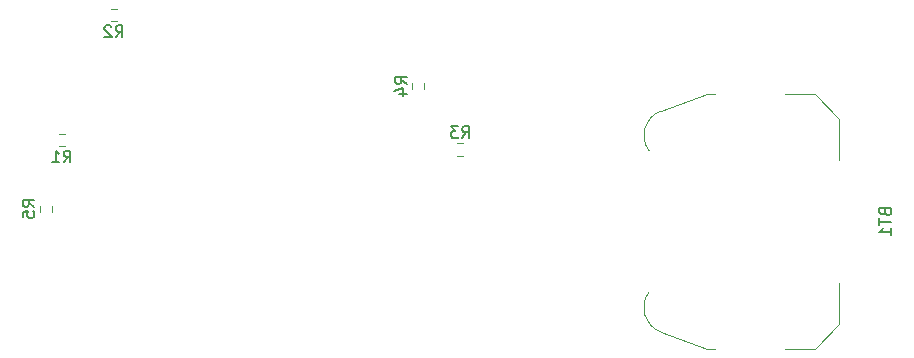
<source format=gbr>
%TF.GenerationSoftware,KiCad,Pcbnew,9.0.2*%
%TF.CreationDate,2025-08-08T14:56:36-04:00*%
%TF.ProjectId,Massachusetts,4d617373-6163-4687-9573-657474732e6b,0*%
%TF.SameCoordinates,Original*%
%TF.FileFunction,Legend,Bot*%
%TF.FilePolarity,Positive*%
%FSLAX46Y46*%
G04 Gerber Fmt 4.6, Leading zero omitted, Abs format (unit mm)*
G04 Created by KiCad (PCBNEW 9.0.2) date 2025-08-08 14:56:36*
%MOMM*%
%LPD*%
G01*
G04 APERTURE LIST*
%ADD10C,0.150000*%
%ADD11C,0.120000*%
G04 APERTURE END LIST*
D10*
X129612319Y-115333333D02*
X129136128Y-115000000D01*
X129612319Y-114761905D02*
X128612319Y-114761905D01*
X128612319Y-114761905D02*
X128612319Y-115142857D01*
X128612319Y-115142857D02*
X128659938Y-115238095D01*
X128659938Y-115238095D02*
X128707557Y-115285714D01*
X128707557Y-115285714D02*
X128802795Y-115333333D01*
X128802795Y-115333333D02*
X128945652Y-115333333D01*
X128945652Y-115333333D02*
X129040890Y-115285714D01*
X129040890Y-115285714D02*
X129088509Y-115238095D01*
X129088509Y-115238095D02*
X129136128Y-115142857D01*
X129136128Y-115142857D02*
X129136128Y-114761905D01*
X128612319Y-116238095D02*
X128612319Y-115761905D01*
X128612319Y-115761905D02*
X129088509Y-115714286D01*
X129088509Y-115714286D02*
X129040890Y-115761905D01*
X129040890Y-115761905D02*
X128993271Y-115857143D01*
X128993271Y-115857143D02*
X128993271Y-116095238D01*
X128993271Y-116095238D02*
X129040890Y-116190476D01*
X129040890Y-116190476D02*
X129088509Y-116238095D01*
X129088509Y-116238095D02*
X129183747Y-116285714D01*
X129183747Y-116285714D02*
X129421842Y-116285714D01*
X129421842Y-116285714D02*
X129517080Y-116238095D01*
X129517080Y-116238095D02*
X129564700Y-116190476D01*
X129564700Y-116190476D02*
X129612319Y-116095238D01*
X129612319Y-116095238D02*
X129612319Y-115857143D01*
X129612319Y-115857143D02*
X129564700Y-115761905D01*
X129564700Y-115761905D02*
X129517080Y-115714286D01*
X161137319Y-104933333D02*
X160661128Y-104600000D01*
X161137319Y-104361905D02*
X160137319Y-104361905D01*
X160137319Y-104361905D02*
X160137319Y-104742857D01*
X160137319Y-104742857D02*
X160184938Y-104838095D01*
X160184938Y-104838095D02*
X160232557Y-104885714D01*
X160232557Y-104885714D02*
X160327795Y-104933333D01*
X160327795Y-104933333D02*
X160470652Y-104933333D01*
X160470652Y-104933333D02*
X160565890Y-104885714D01*
X160565890Y-104885714D02*
X160613509Y-104838095D01*
X160613509Y-104838095D02*
X160661128Y-104742857D01*
X160661128Y-104742857D02*
X160661128Y-104361905D01*
X160470652Y-105790476D02*
X161137319Y-105790476D01*
X160089700Y-105552381D02*
X160803985Y-105314286D01*
X160803985Y-105314286D02*
X160803985Y-105933333D01*
X201631009Y-115794285D02*
X201678628Y-115937142D01*
X201678628Y-115937142D02*
X201726247Y-115984761D01*
X201726247Y-115984761D02*
X201821485Y-116032380D01*
X201821485Y-116032380D02*
X201964342Y-116032380D01*
X201964342Y-116032380D02*
X202059580Y-115984761D01*
X202059580Y-115984761D02*
X202107200Y-115937142D01*
X202107200Y-115937142D02*
X202154819Y-115841904D01*
X202154819Y-115841904D02*
X202154819Y-115460952D01*
X202154819Y-115460952D02*
X201154819Y-115460952D01*
X201154819Y-115460952D02*
X201154819Y-115794285D01*
X201154819Y-115794285D02*
X201202438Y-115889523D01*
X201202438Y-115889523D02*
X201250057Y-115937142D01*
X201250057Y-115937142D02*
X201345295Y-115984761D01*
X201345295Y-115984761D02*
X201440533Y-115984761D01*
X201440533Y-115984761D02*
X201535771Y-115937142D01*
X201535771Y-115937142D02*
X201583390Y-115889523D01*
X201583390Y-115889523D02*
X201631009Y-115794285D01*
X201631009Y-115794285D02*
X201631009Y-115460952D01*
X201154819Y-116318095D02*
X201154819Y-116889523D01*
X202154819Y-116603809D02*
X201154819Y-116603809D01*
X202154819Y-117746666D02*
X202154819Y-117175238D01*
X202154819Y-117460952D02*
X201154819Y-117460952D01*
X201154819Y-117460952D02*
X201297676Y-117365714D01*
X201297676Y-117365714D02*
X201392914Y-117270476D01*
X201392914Y-117270476D02*
X201440533Y-117175238D01*
X136479166Y-100984819D02*
X136812499Y-100508628D01*
X137050594Y-100984819D02*
X137050594Y-99984819D01*
X137050594Y-99984819D02*
X136669642Y-99984819D01*
X136669642Y-99984819D02*
X136574404Y-100032438D01*
X136574404Y-100032438D02*
X136526785Y-100080057D01*
X136526785Y-100080057D02*
X136479166Y-100175295D01*
X136479166Y-100175295D02*
X136479166Y-100318152D01*
X136479166Y-100318152D02*
X136526785Y-100413390D01*
X136526785Y-100413390D02*
X136574404Y-100461009D01*
X136574404Y-100461009D02*
X136669642Y-100508628D01*
X136669642Y-100508628D02*
X137050594Y-100508628D01*
X136098213Y-100080057D02*
X136050594Y-100032438D01*
X136050594Y-100032438D02*
X135955356Y-99984819D01*
X135955356Y-99984819D02*
X135717261Y-99984819D01*
X135717261Y-99984819D02*
X135622023Y-100032438D01*
X135622023Y-100032438D02*
X135574404Y-100080057D01*
X135574404Y-100080057D02*
X135526785Y-100175295D01*
X135526785Y-100175295D02*
X135526785Y-100270533D01*
X135526785Y-100270533D02*
X135574404Y-100413390D01*
X135574404Y-100413390D02*
X136145832Y-100984819D01*
X136145832Y-100984819D02*
X135526785Y-100984819D01*
X132079166Y-111584819D02*
X132412499Y-111108628D01*
X132650594Y-111584819D02*
X132650594Y-110584819D01*
X132650594Y-110584819D02*
X132269642Y-110584819D01*
X132269642Y-110584819D02*
X132174404Y-110632438D01*
X132174404Y-110632438D02*
X132126785Y-110680057D01*
X132126785Y-110680057D02*
X132079166Y-110775295D01*
X132079166Y-110775295D02*
X132079166Y-110918152D01*
X132079166Y-110918152D02*
X132126785Y-111013390D01*
X132126785Y-111013390D02*
X132174404Y-111061009D01*
X132174404Y-111061009D02*
X132269642Y-111108628D01*
X132269642Y-111108628D02*
X132650594Y-111108628D01*
X131126785Y-111584819D02*
X131698213Y-111584819D01*
X131412499Y-111584819D02*
X131412499Y-110584819D01*
X131412499Y-110584819D02*
X131507737Y-110727676D01*
X131507737Y-110727676D02*
X131602975Y-110822914D01*
X131602975Y-110822914D02*
X131698213Y-110870533D01*
X165829166Y-109524819D02*
X166162499Y-109048628D01*
X166400594Y-109524819D02*
X166400594Y-108524819D01*
X166400594Y-108524819D02*
X166019642Y-108524819D01*
X166019642Y-108524819D02*
X165924404Y-108572438D01*
X165924404Y-108572438D02*
X165876785Y-108620057D01*
X165876785Y-108620057D02*
X165829166Y-108715295D01*
X165829166Y-108715295D02*
X165829166Y-108858152D01*
X165829166Y-108858152D02*
X165876785Y-108953390D01*
X165876785Y-108953390D02*
X165924404Y-109001009D01*
X165924404Y-109001009D02*
X166019642Y-109048628D01*
X166019642Y-109048628D02*
X166400594Y-109048628D01*
X165495832Y-108524819D02*
X164876785Y-108524819D01*
X164876785Y-108524819D02*
X165210118Y-108905771D01*
X165210118Y-108905771D02*
X165067261Y-108905771D01*
X165067261Y-108905771D02*
X164972023Y-108953390D01*
X164972023Y-108953390D02*
X164924404Y-109001009D01*
X164924404Y-109001009D02*
X164876785Y-109096247D01*
X164876785Y-109096247D02*
X164876785Y-109334342D01*
X164876785Y-109334342D02*
X164924404Y-109429580D01*
X164924404Y-109429580D02*
X164972023Y-109477200D01*
X164972023Y-109477200D02*
X165067261Y-109524819D01*
X165067261Y-109524819D02*
X165352975Y-109524819D01*
X165352975Y-109524819D02*
X165448213Y-109477200D01*
X165448213Y-109477200D02*
X165495832Y-109429580D01*
D11*
%TO.C,R5*%
X131110000Y-115245276D02*
X131110000Y-115754724D01*
X130065000Y-115245276D02*
X130065000Y-115754724D01*
%TO.C,R4*%
X161590000Y-104845276D02*
X161590000Y-105354724D01*
X162635000Y-104845276D02*
X162635000Y-105354724D01*
%TO.C,BT1*%
X186570000Y-105800000D02*
X182620000Y-107240000D01*
X186570000Y-127360000D02*
X182620000Y-125920000D01*
X187200000Y-105800000D02*
X186570000Y-105800000D01*
X187200000Y-127360000D02*
X186570000Y-127360000D01*
X195660000Y-105800000D02*
X193200000Y-105800000D01*
X195660000Y-127360000D02*
X193200000Y-127360000D01*
X197740000Y-107880000D02*
X195660000Y-105800000D01*
X197740000Y-107880000D02*
X197740000Y-111380000D01*
X197740000Y-121780000D02*
X197740000Y-125280000D01*
X197740000Y-125280000D02*
X195660000Y-127360000D01*
X181650000Y-110580000D02*
G75*
G02*
X182611831Y-107254757I1700000J1310000D01*
G01*
X182620000Y-125920000D02*
G75*
G02*
X181633470Y-122583354I730001J2030000D01*
G01*
%TO.C,R2*%
X136057776Y-98577500D02*
X136567224Y-98577500D01*
X136057776Y-99622500D02*
X136567224Y-99622500D01*
%TO.C,R1*%
X131657776Y-109177500D02*
X132167224Y-109177500D01*
X131657776Y-110222500D02*
X132167224Y-110222500D01*
%TO.C,R3*%
X165917224Y-109977500D02*
X165407776Y-109977500D01*
X165917224Y-111022500D02*
X165407776Y-111022500D01*
%TD*%
M02*

</source>
